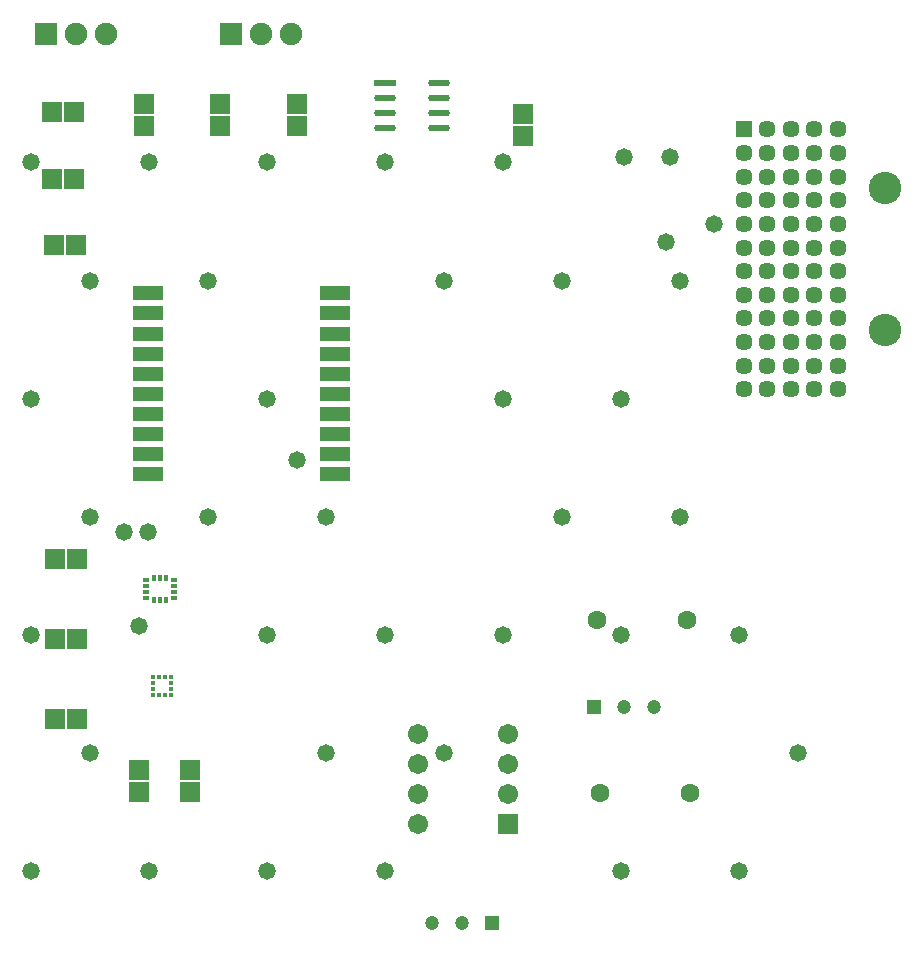
<source format=gts>
G04*
G04 #@! TF.GenerationSoftware,Altium Limited,Altium Designer,22.10.1 (41)*
G04*
G04 Layer_Color=8388736*
%FSLAX44Y44*%
%MOMM*%
G71*
G04*
G04 #@! TF.SameCoordinates,BBA1CDE9-E941-4060-8147-212A69EDE18F*
G04*
G04*
G04 #@! TF.FilePolarity,Negative*
G04*
G01*
G75*
G04:AMPARAMS|DCode=18|XSize=1.8741mm|YSize=0.5421mm|CornerRadius=0.2711mm|HoleSize=0mm|Usage=FLASHONLY|Rotation=0.000|XOffset=0mm|YOffset=0mm|HoleType=Round|Shape=RoundedRectangle|*
%AMROUNDEDRECTD18*
21,1,1.8741,0.0000,0,0,0.0*
21,1,1.3319,0.5421,0,0,0.0*
1,1,0.5421,0.6660,0.0000*
1,1,0.5421,-0.6660,0.0000*
1,1,0.5421,-0.6660,0.0000*
1,1,0.5421,0.6660,0.0000*
%
%ADD18ROUNDEDRECTD18*%
%ADD19R,1.8741X0.5421*%
%ADD21R,0.3500X0.5750*%
%ADD22R,0.5750X0.3500*%
%ADD23R,0.3500X0.3750*%
%ADD24R,0.3750X0.3500*%
%ADD25R,1.7032X1.7532*%
%ADD26R,2.5032X1.2032*%
%ADD27R,1.7532X1.7032*%
%ADD28R,1.4462X1.4462*%
%ADD29C,1.4462*%
%ADD30C,1.2000*%
%ADD31R,1.2000X1.2000*%
%ADD32R,1.7032X1.7032*%
%ADD33C,1.7032*%
%ADD34C,1.6032*%
%ADD35C,1.9032*%
%ADD36R,1.9032X1.9032*%
%ADD37C,1.4732*%
%ADD38C,2.7432*%
D18*
X446071Y767080D02*
D03*
Y754380D02*
D03*
Y741680D02*
D03*
Y728980D02*
D03*
X399749D02*
D03*
Y741680D02*
D03*
Y754380D02*
D03*
D19*
Y767080D02*
D03*
D21*
X214550Y329965D02*
D03*
X209550D02*
D03*
X204550D02*
D03*
Y348215D02*
D03*
X209550D02*
D03*
X214550D02*
D03*
D22*
X197925Y331590D02*
D03*
Y336590D02*
D03*
Y341590D02*
D03*
Y346590D02*
D03*
X221175D02*
D03*
Y341590D02*
D03*
Y336590D02*
D03*
Y331590D02*
D03*
D23*
X208320Y264165D02*
D03*
X213320D02*
D03*
Y248915D02*
D03*
X208320D02*
D03*
D24*
X218445Y264040D02*
D03*
Y259040D02*
D03*
Y254040D02*
D03*
Y249040D02*
D03*
X203195D02*
D03*
Y254040D02*
D03*
Y259040D02*
D03*
Y264040D02*
D03*
D25*
X119930Y629920D02*
D03*
X138430D02*
D03*
X118110Y686435D02*
D03*
X136610D02*
D03*
X118110Y742950D02*
D03*
X136610D02*
D03*
X120290Y296545D02*
D03*
X138790D02*
D03*
X120290Y364490D02*
D03*
X138790D02*
D03*
X138790Y228600D02*
D03*
X120290D02*
D03*
D26*
X199390Y572190D02*
D03*
Y521190D02*
D03*
Y453190D02*
D03*
Y470190D02*
D03*
Y487190D02*
D03*
Y504190D02*
D03*
Y589190D02*
D03*
Y538190D02*
D03*
Y555190D02*
D03*
Y436190D02*
D03*
X357390Y572190D02*
D03*
Y521190D02*
D03*
Y453190D02*
D03*
Y470190D02*
D03*
Y487190D02*
D03*
Y504190D02*
D03*
Y589190D02*
D03*
Y538190D02*
D03*
Y555190D02*
D03*
Y436190D02*
D03*
D27*
X516890Y722270D02*
D03*
Y740770D02*
D03*
X195580Y731160D02*
D03*
Y749660D02*
D03*
X260350Y731160D02*
D03*
Y749660D02*
D03*
X325120Y731160D02*
D03*
Y749660D02*
D03*
X234950Y167280D02*
D03*
Y185780D02*
D03*
X191770Y167280D02*
D03*
Y185780D02*
D03*
D28*
X703590Y728020D02*
D03*
D29*
Y708020D02*
D03*
Y688020D02*
D03*
Y668020D02*
D03*
Y648020D02*
D03*
Y628020D02*
D03*
Y608020D02*
D03*
Y588020D02*
D03*
Y568020D02*
D03*
Y548020D02*
D03*
Y528020D02*
D03*
Y508020D02*
D03*
X723590Y728020D02*
D03*
Y708020D02*
D03*
Y688020D02*
D03*
Y668020D02*
D03*
Y648020D02*
D03*
Y628020D02*
D03*
Y608020D02*
D03*
Y588020D02*
D03*
Y568020D02*
D03*
Y548020D02*
D03*
Y528020D02*
D03*
Y508020D02*
D03*
X743590Y728020D02*
D03*
Y708020D02*
D03*
Y688020D02*
D03*
Y668020D02*
D03*
Y648020D02*
D03*
Y628020D02*
D03*
Y608020D02*
D03*
Y588020D02*
D03*
Y568020D02*
D03*
Y548020D02*
D03*
Y528020D02*
D03*
Y508020D02*
D03*
X763590Y728020D02*
D03*
Y708020D02*
D03*
Y688020D02*
D03*
Y668020D02*
D03*
Y648020D02*
D03*
Y628020D02*
D03*
Y608020D02*
D03*
Y588020D02*
D03*
Y568020D02*
D03*
Y548020D02*
D03*
Y528020D02*
D03*
Y508020D02*
D03*
X783590Y728020D02*
D03*
Y708020D02*
D03*
Y688020D02*
D03*
Y668020D02*
D03*
Y648020D02*
D03*
Y628020D02*
D03*
Y608020D02*
D03*
Y588020D02*
D03*
Y568020D02*
D03*
Y548020D02*
D03*
Y528020D02*
D03*
Y508020D02*
D03*
D30*
X439420Y55930D02*
D03*
X464820D02*
D03*
X627380Y238760D02*
D03*
X601980D02*
D03*
D31*
X490220Y55930D02*
D03*
X576580Y238760D02*
D03*
D32*
X504190Y139700D02*
D03*
D33*
Y165100D02*
D03*
Y190500D02*
D03*
Y215900D02*
D03*
X427990Y139700D02*
D03*
Y165100D02*
D03*
Y190500D02*
D03*
Y215900D02*
D03*
D34*
X655320Y312420D02*
D03*
X579120D02*
D03*
X581660Y166370D02*
D03*
X657860D02*
D03*
D35*
X163830Y808990D02*
D03*
X138430D02*
D03*
X320040D02*
D03*
X294640D02*
D03*
D36*
X113030D02*
D03*
X269240D02*
D03*
D37*
X199390Y387350D02*
D03*
X179070D02*
D03*
X250000Y400000D02*
D03*
X700000Y300000D02*
D03*
X750000Y200000D02*
D03*
X700000Y100000D02*
D03*
X650000Y600000D02*
D03*
X600000Y500000D02*
D03*
X650000Y400000D02*
D03*
X600000Y300000D02*
D03*
Y100000D02*
D03*
X500000Y700000D02*
D03*
X550000Y600000D02*
D03*
X500000Y500000D02*
D03*
X550000Y400000D02*
D03*
X500000Y300000D02*
D03*
X400000Y700000D02*
D03*
X450000Y600000D02*
D03*
X400000Y300000D02*
D03*
X450000Y200000D02*
D03*
X400000Y100000D02*
D03*
X300000Y700000D02*
D03*
Y500000D02*
D03*
X350000Y400000D02*
D03*
X300000Y300000D02*
D03*
X350000Y200000D02*
D03*
X300000Y100000D02*
D03*
X200000Y700000D02*
D03*
X250000Y600000D02*
D03*
X200000Y100000D02*
D03*
X100000Y700000D02*
D03*
X150000Y600000D02*
D03*
X100000Y500000D02*
D03*
X150000Y400000D02*
D03*
X100000Y300000D02*
D03*
X150000Y200000D02*
D03*
X100000Y100000D02*
D03*
X637540Y632460D02*
D03*
X601980Y704850D02*
D03*
X641350D02*
D03*
X678180Y647700D02*
D03*
X325120Y448310D02*
D03*
X191770Y307340D02*
D03*
D38*
X823590Y678020D02*
D03*
Y558020D02*
D03*
M02*

</source>
